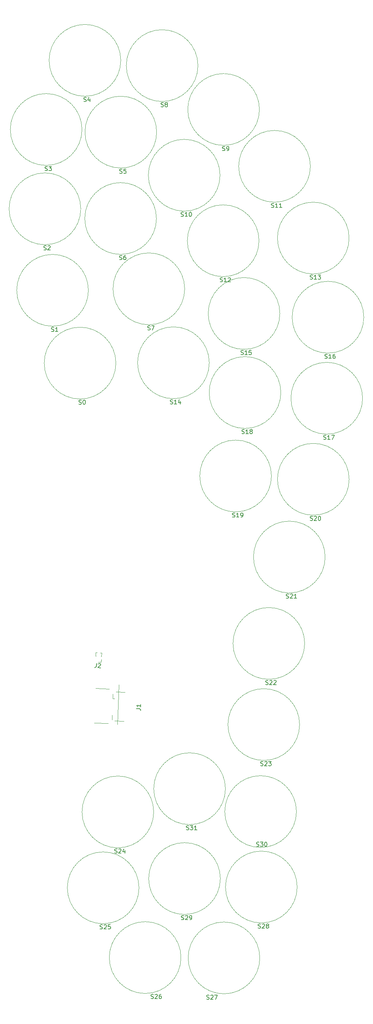
<source format=gto>
G04 #@! TF.GenerationSoftware,KiCad,Pcbnew,(5.0.0)*
G04 #@! TF.CreationDate,2020-01-07T16:08:45+01:00*
G04 #@! TF.ProjectId,Insole_PCB,496E736F6C655F5043422E6B69636164,rev?*
G04 #@! TF.SameCoordinates,Original*
G04 #@! TF.FileFunction,Legend,Top*
G04 #@! TF.FilePolarity,Positive*
%FSLAX46Y46*%
G04 Gerber Fmt 4.6, Leading zero omitted, Abs format (unit mm)*
G04 Created by KiCad (PCBNEW (5.0.0)) date 01/07/20 16:08:45*
%MOMM*%
%LPD*%
G01*
G04 APERTURE LIST*
%ADD10C,0.100000*%
%ADD11C,0.120000*%
%ADD12C,0.010000*%
%ADD13C,0.150000*%
G04 APERTURE END LIST*
D10*
G04 #@! TO.C,S9*
X225079453Y-62690707D02*
G75*
G03X225079453Y-62690707I-8500000J0D01*
G01*
D11*
G04 #@! TO.C,J2*
X187504977Y-193592519D02*
X186811670Y-193544038D01*
X187552760Y-192909188D02*
X187504977Y-193592519D01*
X186300442Y-192134944D02*
X186213929Y-192128895D01*
X187600543Y-192225856D02*
X187514030Y-192219807D01*
X186213929Y-192128895D02*
X186274966Y-191256026D01*
X187600543Y-192225856D02*
X187661580Y-191352988D01*
X186574741Y-191276989D02*
X186274966Y-191256026D01*
X187661580Y-191352988D02*
X187361805Y-191332026D01*
D12*
G04 #@! TO.C,J1*
X191037937Y-200592742D02*
X193186628Y-200667776D01*
X190747161Y-207486794D02*
X192945821Y-207563573D01*
X191420560Y-208260767D02*
X191746871Y-198916462D01*
D11*
X186213577Y-199773875D02*
X189441609Y-199886601D01*
X190328814Y-201128320D02*
X190291123Y-202207662D01*
X190144672Y-206114932D02*
X190106980Y-207194274D01*
X185927401Y-207968880D02*
X189155433Y-208081606D01*
X190291123Y-202207662D02*
X190720861Y-202222669D01*
D10*
G04 #@! TO.C,S0*
X191029453Y-122750707D02*
G75*
G03X191029453Y-122750707I-8500000J0D01*
G01*
G04 #@! TO.C,S1*
X184509453Y-105510707D02*
G75*
G03X184509453Y-105510707I-8500000J0D01*
G01*
G04 #@! TO.C,S2*
X182699453Y-86210707D02*
G75*
G03X182699453Y-86210707I-8500000J0D01*
G01*
G04 #@! TO.C,S3*
X182989453Y-67430707D02*
G75*
G03X182989453Y-67430707I-8500000J0D01*
G01*
G04 #@! TO.C,S4*
X192189453Y-51060707D02*
G75*
G03X192189453Y-51060707I-8500000J0D01*
G01*
G04 #@! TO.C,S5*
X200699453Y-68050707D02*
G75*
G03X200699453Y-68050707I-8500000J0D01*
G01*
G04 #@! TO.C,S6*
X200649453Y-88510707D02*
G75*
G03X200649453Y-88510707I-8500000J0D01*
G01*
G04 #@! TO.C,S7*
X207349453Y-105160707D02*
G75*
G03X207349453Y-105160707I-8500000J0D01*
G01*
G04 #@! TO.C,S8*
X210499453Y-52300707D02*
G75*
G03X210499453Y-52300707I-8500000J0D01*
G01*
G04 #@! TO.C,S10*
X215729453Y-78260707D02*
G75*
G03X215729453Y-78260707I-8500000J0D01*
G01*
G04 #@! TO.C,S11*
X237159453Y-76150707D02*
G75*
G03X237159453Y-76150707I-8500000J0D01*
G01*
G04 #@! TO.C,S12*
X224979453Y-93770707D02*
G75*
G03X224979453Y-93770707I-8500000J0D01*
G01*
G04 #@! TO.C,S13*
X246349453Y-93140707D02*
G75*
G03X246349453Y-93140707I-8500000J0D01*
G01*
G04 #@! TO.C,S14*
X213179453Y-122670707D02*
G75*
G03X213179453Y-122670707I-8500000J0D01*
G01*
G04 #@! TO.C,S15*
X229929453Y-110990707D02*
G75*
G03X229929453Y-110990707I-8500000J0D01*
G01*
G04 #@! TO.C,S16*
X249839453Y-111880707D02*
G75*
G03X249839453Y-111880707I-8500000J0D01*
G01*
G04 #@! TO.C,S17*
X249549453Y-131070707D02*
G75*
G03X249549453Y-131070707I-8500000J0D01*
G01*
G04 #@! TO.C,S18*
X230159453Y-129720707D02*
G75*
G03X230159453Y-129720707I-8500000J0D01*
G01*
G04 #@! TO.C,S19*
X227929453Y-149480707D02*
G75*
G03X227929453Y-149480707I-8500000J0D01*
G01*
G04 #@! TO.C,S20*
X246359453Y-150260707D02*
G75*
G03X246359453Y-150260707I-8500000J0D01*
G01*
G04 #@! TO.C,S21*
X240669453Y-168670707D02*
G75*
G03X240669453Y-168670707I-8500000J0D01*
G01*
G04 #@! TO.C,S22*
X235809453Y-189130707D02*
G75*
G03X235809453Y-189130707I-8500000J0D01*
G01*
G04 #@! TO.C,S23*
X234609453Y-208340707D02*
G75*
G03X234609453Y-208340707I-8500000J0D01*
G01*
G04 #@! TO.C,S24*
X199999453Y-229030707D02*
G75*
G03X199999453Y-229030707I-8500000J0D01*
G01*
G04 #@! TO.C,S25*
X196509453Y-247000707D02*
G75*
G03X196509453Y-247000707I-8500000J0D01*
G01*
G04 #@! TO.C,S26*
X206469453Y-263520707D02*
G75*
G03X206469453Y-263520707I-8500000J0D01*
G01*
G04 #@! TO.C,S27*
X225169453Y-263600707D02*
G75*
G03X225169453Y-263600707I-8500000J0D01*
G01*
G04 #@! TO.C,S28*
X234029453Y-246810707D02*
G75*
G03X234029453Y-246810707I-8500000J0D01*
G01*
G04 #@! TO.C,S29*
X215809453Y-244810707D02*
G75*
G03X215809453Y-244810707I-8500000J0D01*
G01*
G04 #@! TO.C,S30*
X233859453Y-228950707D02*
G75*
G03X233859453Y-228950707I-8500000J0D01*
G01*
G04 #@! TO.C,S31*
X217009453Y-223530707D02*
G75*
G03X217009453Y-223530707I-8500000J0D01*
G01*
G04 #@! TO.C,S9*
D13*
X216317548Y-72395468D02*
X216460405Y-72443087D01*
X216698500Y-72443087D01*
X216793738Y-72395468D01*
X216841357Y-72347849D01*
X216888976Y-72252611D01*
X216888976Y-72157373D01*
X216841357Y-72062135D01*
X216793738Y-72014516D01*
X216698500Y-71966897D01*
X216508024Y-71919278D01*
X216412786Y-71871659D01*
X216365167Y-71824040D01*
X216317548Y-71728802D01*
X216317548Y-71633564D01*
X216365167Y-71538326D01*
X216412786Y-71490707D01*
X216508024Y-71443087D01*
X216746119Y-71443087D01*
X216888976Y-71490707D01*
X217365167Y-72443087D02*
X217555643Y-72443087D01*
X217650881Y-72395468D01*
X217698500Y-72347849D01*
X217793738Y-72204992D01*
X217841357Y-72014516D01*
X217841357Y-71633564D01*
X217793738Y-71538326D01*
X217746119Y-71490707D01*
X217650881Y-71443087D01*
X217460405Y-71443087D01*
X217365167Y-71490707D01*
X217317548Y-71538326D01*
X217269929Y-71633564D01*
X217269929Y-71871659D01*
X217317548Y-71966897D01*
X217365167Y-72014516D01*
X217460405Y-72062135D01*
X217650881Y-72062135D01*
X217746119Y-72014516D01*
X217793738Y-71966897D01*
X217841357Y-71871659D01*
G04 #@! TO.C,J2*
X186456311Y-193847369D02*
X186406485Y-194559915D01*
X186349017Y-194699102D01*
X186247367Y-194787465D01*
X186101536Y-194825003D01*
X186006530Y-194818359D01*
X186877195Y-193972271D02*
X186928020Y-193928090D01*
X187026348Y-193887230D01*
X187263863Y-193903839D01*
X187355547Y-193957985D01*
X187399729Y-194008810D01*
X187440588Y-194107138D01*
X187433945Y-194202144D01*
X187376476Y-194341331D01*
X186766579Y-194871507D01*
X187384119Y-194914690D01*
G04 #@! TO.C,J1*
X195905234Y-204548351D02*
X196619084Y-204573279D01*
X196760193Y-204625855D01*
X196852049Y-204724359D01*
X196894653Y-204868791D01*
X196891330Y-204963971D01*
X196939524Y-203583860D02*
X196919582Y-204154940D01*
X196929553Y-203869400D02*
X195930162Y-203834501D01*
X196069608Y-203934666D01*
X196161465Y-204033170D01*
X196205731Y-204130012D01*
G04 #@! TO.C,S0*
X182267548Y-132455468D02*
X182410405Y-132503087D01*
X182648500Y-132503087D01*
X182743738Y-132455468D01*
X182791357Y-132407849D01*
X182838976Y-132312611D01*
X182838976Y-132217373D01*
X182791357Y-132122135D01*
X182743738Y-132074516D01*
X182648500Y-132026897D01*
X182458024Y-131979278D01*
X182362786Y-131931659D01*
X182315167Y-131884040D01*
X182267548Y-131788802D01*
X182267548Y-131693564D01*
X182315167Y-131598326D01*
X182362786Y-131550707D01*
X182458024Y-131503087D01*
X182696119Y-131503087D01*
X182838976Y-131550707D01*
X183458024Y-131503087D02*
X183553262Y-131503087D01*
X183648500Y-131550707D01*
X183696119Y-131598326D01*
X183743738Y-131693564D01*
X183791357Y-131884040D01*
X183791357Y-132122135D01*
X183743738Y-132312611D01*
X183696119Y-132407849D01*
X183648500Y-132455468D01*
X183553262Y-132503087D01*
X183458024Y-132503087D01*
X183362786Y-132455468D01*
X183315167Y-132407849D01*
X183267548Y-132312611D01*
X183219929Y-132122135D01*
X183219929Y-131884040D01*
X183267548Y-131693564D01*
X183315167Y-131598326D01*
X183362786Y-131550707D01*
X183458024Y-131503087D01*
G04 #@! TO.C,S1*
X175747548Y-115215468D02*
X175890405Y-115263087D01*
X176128500Y-115263087D01*
X176223738Y-115215468D01*
X176271357Y-115167849D01*
X176318976Y-115072611D01*
X176318976Y-114977373D01*
X176271357Y-114882135D01*
X176223738Y-114834516D01*
X176128500Y-114786897D01*
X175938024Y-114739278D01*
X175842786Y-114691659D01*
X175795167Y-114644040D01*
X175747548Y-114548802D01*
X175747548Y-114453564D01*
X175795167Y-114358326D01*
X175842786Y-114310707D01*
X175938024Y-114263087D01*
X176176119Y-114263087D01*
X176318976Y-114310707D01*
X177271357Y-115263087D02*
X176699929Y-115263087D01*
X176985643Y-115263087D02*
X176985643Y-114263087D01*
X176890405Y-114405945D01*
X176795167Y-114501183D01*
X176699929Y-114548802D01*
G04 #@! TO.C,S2*
X173937548Y-95915468D02*
X174080405Y-95963087D01*
X174318500Y-95963087D01*
X174413738Y-95915468D01*
X174461357Y-95867849D01*
X174508976Y-95772611D01*
X174508976Y-95677373D01*
X174461357Y-95582135D01*
X174413738Y-95534516D01*
X174318500Y-95486897D01*
X174128024Y-95439278D01*
X174032786Y-95391659D01*
X173985167Y-95344040D01*
X173937548Y-95248802D01*
X173937548Y-95153564D01*
X173985167Y-95058326D01*
X174032786Y-95010707D01*
X174128024Y-94963087D01*
X174366119Y-94963087D01*
X174508976Y-95010707D01*
X174889929Y-95058326D02*
X174937548Y-95010707D01*
X175032786Y-94963087D01*
X175270881Y-94963087D01*
X175366119Y-95010707D01*
X175413738Y-95058326D01*
X175461357Y-95153564D01*
X175461357Y-95248802D01*
X175413738Y-95391659D01*
X174842310Y-95963087D01*
X175461357Y-95963087D01*
G04 #@! TO.C,S3*
X174227548Y-77135468D02*
X174370405Y-77183087D01*
X174608500Y-77183087D01*
X174703738Y-77135468D01*
X174751357Y-77087849D01*
X174798976Y-76992611D01*
X174798976Y-76897373D01*
X174751357Y-76802135D01*
X174703738Y-76754516D01*
X174608500Y-76706897D01*
X174418024Y-76659278D01*
X174322786Y-76611659D01*
X174275167Y-76564040D01*
X174227548Y-76468802D01*
X174227548Y-76373564D01*
X174275167Y-76278326D01*
X174322786Y-76230707D01*
X174418024Y-76183087D01*
X174656119Y-76183087D01*
X174798976Y-76230707D01*
X175132310Y-76183087D02*
X175751357Y-76183087D01*
X175418024Y-76564040D01*
X175560881Y-76564040D01*
X175656119Y-76611659D01*
X175703738Y-76659278D01*
X175751357Y-76754516D01*
X175751357Y-76992611D01*
X175703738Y-77087849D01*
X175656119Y-77135468D01*
X175560881Y-77183087D01*
X175275167Y-77183087D01*
X175179929Y-77135468D01*
X175132310Y-77087849D01*
G04 #@! TO.C,S4*
X183427548Y-60765468D02*
X183570405Y-60813087D01*
X183808500Y-60813087D01*
X183903738Y-60765468D01*
X183951357Y-60717849D01*
X183998976Y-60622611D01*
X183998976Y-60527373D01*
X183951357Y-60432135D01*
X183903738Y-60384516D01*
X183808500Y-60336897D01*
X183618024Y-60289278D01*
X183522786Y-60241659D01*
X183475167Y-60194040D01*
X183427548Y-60098802D01*
X183427548Y-60003564D01*
X183475167Y-59908326D01*
X183522786Y-59860707D01*
X183618024Y-59813087D01*
X183856119Y-59813087D01*
X183998976Y-59860707D01*
X184856119Y-60146421D02*
X184856119Y-60813087D01*
X184618024Y-59765468D02*
X184379929Y-60479754D01*
X184998976Y-60479754D01*
G04 #@! TO.C,S5*
X191937548Y-77755468D02*
X192080405Y-77803087D01*
X192318500Y-77803087D01*
X192413738Y-77755468D01*
X192461357Y-77707849D01*
X192508976Y-77612611D01*
X192508976Y-77517373D01*
X192461357Y-77422135D01*
X192413738Y-77374516D01*
X192318500Y-77326897D01*
X192128024Y-77279278D01*
X192032786Y-77231659D01*
X191985167Y-77184040D01*
X191937548Y-77088802D01*
X191937548Y-76993564D01*
X191985167Y-76898326D01*
X192032786Y-76850707D01*
X192128024Y-76803087D01*
X192366119Y-76803087D01*
X192508976Y-76850707D01*
X193413738Y-76803087D02*
X192937548Y-76803087D01*
X192889929Y-77279278D01*
X192937548Y-77231659D01*
X193032786Y-77184040D01*
X193270881Y-77184040D01*
X193366119Y-77231659D01*
X193413738Y-77279278D01*
X193461357Y-77374516D01*
X193461357Y-77612611D01*
X193413738Y-77707849D01*
X193366119Y-77755468D01*
X193270881Y-77803087D01*
X193032786Y-77803087D01*
X192937548Y-77755468D01*
X192889929Y-77707849D01*
G04 #@! TO.C,S6*
X191887548Y-98215468D02*
X192030405Y-98263087D01*
X192268500Y-98263087D01*
X192363738Y-98215468D01*
X192411357Y-98167849D01*
X192458976Y-98072611D01*
X192458976Y-97977373D01*
X192411357Y-97882135D01*
X192363738Y-97834516D01*
X192268500Y-97786897D01*
X192078024Y-97739278D01*
X191982786Y-97691659D01*
X191935167Y-97644040D01*
X191887548Y-97548802D01*
X191887548Y-97453564D01*
X191935167Y-97358326D01*
X191982786Y-97310707D01*
X192078024Y-97263087D01*
X192316119Y-97263087D01*
X192458976Y-97310707D01*
X193316119Y-97263087D02*
X193125643Y-97263087D01*
X193030405Y-97310707D01*
X192982786Y-97358326D01*
X192887548Y-97501183D01*
X192839929Y-97691659D01*
X192839929Y-98072611D01*
X192887548Y-98167849D01*
X192935167Y-98215468D01*
X193030405Y-98263087D01*
X193220881Y-98263087D01*
X193316119Y-98215468D01*
X193363738Y-98167849D01*
X193411357Y-98072611D01*
X193411357Y-97834516D01*
X193363738Y-97739278D01*
X193316119Y-97691659D01*
X193220881Y-97644040D01*
X193030405Y-97644040D01*
X192935167Y-97691659D01*
X192887548Y-97739278D01*
X192839929Y-97834516D01*
G04 #@! TO.C,S7*
X198587548Y-114865468D02*
X198730405Y-114913087D01*
X198968500Y-114913087D01*
X199063738Y-114865468D01*
X199111357Y-114817849D01*
X199158976Y-114722611D01*
X199158976Y-114627373D01*
X199111357Y-114532135D01*
X199063738Y-114484516D01*
X198968500Y-114436897D01*
X198778024Y-114389278D01*
X198682786Y-114341659D01*
X198635167Y-114294040D01*
X198587548Y-114198802D01*
X198587548Y-114103564D01*
X198635167Y-114008326D01*
X198682786Y-113960707D01*
X198778024Y-113913087D01*
X199016119Y-113913087D01*
X199158976Y-113960707D01*
X199492310Y-113913087D02*
X200158976Y-113913087D01*
X199730405Y-114913087D01*
G04 #@! TO.C,S8*
X201737548Y-62005468D02*
X201880405Y-62053087D01*
X202118500Y-62053087D01*
X202213738Y-62005468D01*
X202261357Y-61957849D01*
X202308976Y-61862611D01*
X202308976Y-61767373D01*
X202261357Y-61672135D01*
X202213738Y-61624516D01*
X202118500Y-61576897D01*
X201928024Y-61529278D01*
X201832786Y-61481659D01*
X201785167Y-61434040D01*
X201737548Y-61338802D01*
X201737548Y-61243564D01*
X201785167Y-61148326D01*
X201832786Y-61100707D01*
X201928024Y-61053087D01*
X202166119Y-61053087D01*
X202308976Y-61100707D01*
X202880405Y-61481659D02*
X202785167Y-61434040D01*
X202737548Y-61386421D01*
X202689929Y-61291183D01*
X202689929Y-61243564D01*
X202737548Y-61148326D01*
X202785167Y-61100707D01*
X202880405Y-61053087D01*
X203070881Y-61053087D01*
X203166119Y-61100707D01*
X203213738Y-61148326D01*
X203261357Y-61243564D01*
X203261357Y-61291183D01*
X203213738Y-61386421D01*
X203166119Y-61434040D01*
X203070881Y-61481659D01*
X202880405Y-61481659D01*
X202785167Y-61529278D01*
X202737548Y-61576897D01*
X202689929Y-61672135D01*
X202689929Y-61862611D01*
X202737548Y-61957849D01*
X202785167Y-62005468D01*
X202880405Y-62053087D01*
X203070881Y-62053087D01*
X203166119Y-62005468D01*
X203213738Y-61957849D01*
X203261357Y-61862611D01*
X203261357Y-61672135D01*
X203213738Y-61576897D01*
X203166119Y-61529278D01*
X203070881Y-61481659D01*
G04 #@! TO.C,S10*
X206491357Y-87965468D02*
X206634214Y-88013087D01*
X206872310Y-88013087D01*
X206967548Y-87965468D01*
X207015167Y-87917849D01*
X207062786Y-87822611D01*
X207062786Y-87727373D01*
X207015167Y-87632135D01*
X206967548Y-87584516D01*
X206872310Y-87536897D01*
X206681833Y-87489278D01*
X206586595Y-87441659D01*
X206538976Y-87394040D01*
X206491357Y-87298802D01*
X206491357Y-87203564D01*
X206538976Y-87108326D01*
X206586595Y-87060707D01*
X206681833Y-87013087D01*
X206919929Y-87013087D01*
X207062786Y-87060707D01*
X208015167Y-88013087D02*
X207443738Y-88013087D01*
X207729453Y-88013087D02*
X207729453Y-87013087D01*
X207634214Y-87155945D01*
X207538976Y-87251183D01*
X207443738Y-87298802D01*
X208634214Y-87013087D02*
X208729453Y-87013087D01*
X208824691Y-87060707D01*
X208872310Y-87108326D01*
X208919929Y-87203564D01*
X208967548Y-87394040D01*
X208967548Y-87632135D01*
X208919929Y-87822611D01*
X208872310Y-87917849D01*
X208824691Y-87965468D01*
X208729453Y-88013087D01*
X208634214Y-88013087D01*
X208538976Y-87965468D01*
X208491357Y-87917849D01*
X208443738Y-87822611D01*
X208396119Y-87632135D01*
X208396119Y-87394040D01*
X208443738Y-87203564D01*
X208491357Y-87108326D01*
X208538976Y-87060707D01*
X208634214Y-87013087D01*
G04 #@! TO.C,S11*
X227921357Y-85855468D02*
X228064214Y-85903087D01*
X228302310Y-85903087D01*
X228397548Y-85855468D01*
X228445167Y-85807849D01*
X228492786Y-85712611D01*
X228492786Y-85617373D01*
X228445167Y-85522135D01*
X228397548Y-85474516D01*
X228302310Y-85426897D01*
X228111833Y-85379278D01*
X228016595Y-85331659D01*
X227968976Y-85284040D01*
X227921357Y-85188802D01*
X227921357Y-85093564D01*
X227968976Y-84998326D01*
X228016595Y-84950707D01*
X228111833Y-84903087D01*
X228349929Y-84903087D01*
X228492786Y-84950707D01*
X229445167Y-85903087D02*
X228873738Y-85903087D01*
X229159453Y-85903087D02*
X229159453Y-84903087D01*
X229064214Y-85045945D01*
X228968976Y-85141183D01*
X228873738Y-85188802D01*
X230397548Y-85903087D02*
X229826119Y-85903087D01*
X230111833Y-85903087D02*
X230111833Y-84903087D01*
X230016595Y-85045945D01*
X229921357Y-85141183D01*
X229826119Y-85188802D01*
G04 #@! TO.C,S12*
X215741357Y-103475468D02*
X215884214Y-103523087D01*
X216122310Y-103523087D01*
X216217548Y-103475468D01*
X216265167Y-103427849D01*
X216312786Y-103332611D01*
X216312786Y-103237373D01*
X216265167Y-103142135D01*
X216217548Y-103094516D01*
X216122310Y-103046897D01*
X215931833Y-102999278D01*
X215836595Y-102951659D01*
X215788976Y-102904040D01*
X215741357Y-102808802D01*
X215741357Y-102713564D01*
X215788976Y-102618326D01*
X215836595Y-102570707D01*
X215931833Y-102523087D01*
X216169929Y-102523087D01*
X216312786Y-102570707D01*
X217265167Y-103523087D02*
X216693738Y-103523087D01*
X216979453Y-103523087D02*
X216979453Y-102523087D01*
X216884214Y-102665945D01*
X216788976Y-102761183D01*
X216693738Y-102808802D01*
X217646119Y-102618326D02*
X217693738Y-102570707D01*
X217788976Y-102523087D01*
X218027072Y-102523087D01*
X218122310Y-102570707D01*
X218169929Y-102618326D01*
X218217548Y-102713564D01*
X218217548Y-102808802D01*
X218169929Y-102951659D01*
X217598500Y-103523087D01*
X218217548Y-103523087D01*
G04 #@! TO.C,S13*
X237111357Y-102845468D02*
X237254214Y-102893087D01*
X237492310Y-102893087D01*
X237587548Y-102845468D01*
X237635167Y-102797849D01*
X237682786Y-102702611D01*
X237682786Y-102607373D01*
X237635167Y-102512135D01*
X237587548Y-102464516D01*
X237492310Y-102416897D01*
X237301833Y-102369278D01*
X237206595Y-102321659D01*
X237158976Y-102274040D01*
X237111357Y-102178802D01*
X237111357Y-102083564D01*
X237158976Y-101988326D01*
X237206595Y-101940707D01*
X237301833Y-101893087D01*
X237539929Y-101893087D01*
X237682786Y-101940707D01*
X238635167Y-102893087D02*
X238063738Y-102893087D01*
X238349453Y-102893087D02*
X238349453Y-101893087D01*
X238254214Y-102035945D01*
X238158976Y-102131183D01*
X238063738Y-102178802D01*
X238968500Y-101893087D02*
X239587548Y-101893087D01*
X239254214Y-102274040D01*
X239397072Y-102274040D01*
X239492310Y-102321659D01*
X239539929Y-102369278D01*
X239587548Y-102464516D01*
X239587548Y-102702611D01*
X239539929Y-102797849D01*
X239492310Y-102845468D01*
X239397072Y-102893087D01*
X239111357Y-102893087D01*
X239016119Y-102845468D01*
X238968500Y-102797849D01*
G04 #@! TO.C,S14*
X203941357Y-132375468D02*
X204084214Y-132423087D01*
X204322310Y-132423087D01*
X204417548Y-132375468D01*
X204465167Y-132327849D01*
X204512786Y-132232611D01*
X204512786Y-132137373D01*
X204465167Y-132042135D01*
X204417548Y-131994516D01*
X204322310Y-131946897D01*
X204131833Y-131899278D01*
X204036595Y-131851659D01*
X203988976Y-131804040D01*
X203941357Y-131708802D01*
X203941357Y-131613564D01*
X203988976Y-131518326D01*
X204036595Y-131470707D01*
X204131833Y-131423087D01*
X204369929Y-131423087D01*
X204512786Y-131470707D01*
X205465167Y-132423087D02*
X204893738Y-132423087D01*
X205179453Y-132423087D02*
X205179453Y-131423087D01*
X205084214Y-131565945D01*
X204988976Y-131661183D01*
X204893738Y-131708802D01*
X206322310Y-131756421D02*
X206322310Y-132423087D01*
X206084214Y-131375468D02*
X205846119Y-132089754D01*
X206465167Y-132089754D01*
G04 #@! TO.C,S15*
X220691357Y-120695468D02*
X220834214Y-120743087D01*
X221072310Y-120743087D01*
X221167548Y-120695468D01*
X221215167Y-120647849D01*
X221262786Y-120552611D01*
X221262786Y-120457373D01*
X221215167Y-120362135D01*
X221167548Y-120314516D01*
X221072310Y-120266897D01*
X220881833Y-120219278D01*
X220786595Y-120171659D01*
X220738976Y-120124040D01*
X220691357Y-120028802D01*
X220691357Y-119933564D01*
X220738976Y-119838326D01*
X220786595Y-119790707D01*
X220881833Y-119743087D01*
X221119929Y-119743087D01*
X221262786Y-119790707D01*
X222215167Y-120743087D02*
X221643738Y-120743087D01*
X221929453Y-120743087D02*
X221929453Y-119743087D01*
X221834214Y-119885945D01*
X221738976Y-119981183D01*
X221643738Y-120028802D01*
X223119929Y-119743087D02*
X222643738Y-119743087D01*
X222596119Y-120219278D01*
X222643738Y-120171659D01*
X222738976Y-120124040D01*
X222977072Y-120124040D01*
X223072310Y-120171659D01*
X223119929Y-120219278D01*
X223167548Y-120314516D01*
X223167548Y-120552611D01*
X223119929Y-120647849D01*
X223072310Y-120695468D01*
X222977072Y-120743087D01*
X222738976Y-120743087D01*
X222643738Y-120695468D01*
X222596119Y-120647849D01*
G04 #@! TO.C,S16*
X240601357Y-121585468D02*
X240744214Y-121633087D01*
X240982310Y-121633087D01*
X241077548Y-121585468D01*
X241125167Y-121537849D01*
X241172786Y-121442611D01*
X241172786Y-121347373D01*
X241125167Y-121252135D01*
X241077548Y-121204516D01*
X240982310Y-121156897D01*
X240791833Y-121109278D01*
X240696595Y-121061659D01*
X240648976Y-121014040D01*
X240601357Y-120918802D01*
X240601357Y-120823564D01*
X240648976Y-120728326D01*
X240696595Y-120680707D01*
X240791833Y-120633087D01*
X241029929Y-120633087D01*
X241172786Y-120680707D01*
X242125167Y-121633087D02*
X241553738Y-121633087D01*
X241839453Y-121633087D02*
X241839453Y-120633087D01*
X241744214Y-120775945D01*
X241648976Y-120871183D01*
X241553738Y-120918802D01*
X242982310Y-120633087D02*
X242791833Y-120633087D01*
X242696595Y-120680707D01*
X242648976Y-120728326D01*
X242553738Y-120871183D01*
X242506119Y-121061659D01*
X242506119Y-121442611D01*
X242553738Y-121537849D01*
X242601357Y-121585468D01*
X242696595Y-121633087D01*
X242887072Y-121633087D01*
X242982310Y-121585468D01*
X243029929Y-121537849D01*
X243077548Y-121442611D01*
X243077548Y-121204516D01*
X243029929Y-121109278D01*
X242982310Y-121061659D01*
X242887072Y-121014040D01*
X242696595Y-121014040D01*
X242601357Y-121061659D01*
X242553738Y-121109278D01*
X242506119Y-121204516D01*
G04 #@! TO.C,S17*
X240311357Y-140775468D02*
X240454214Y-140823087D01*
X240692310Y-140823087D01*
X240787548Y-140775468D01*
X240835167Y-140727849D01*
X240882786Y-140632611D01*
X240882786Y-140537373D01*
X240835167Y-140442135D01*
X240787548Y-140394516D01*
X240692310Y-140346897D01*
X240501833Y-140299278D01*
X240406595Y-140251659D01*
X240358976Y-140204040D01*
X240311357Y-140108802D01*
X240311357Y-140013564D01*
X240358976Y-139918326D01*
X240406595Y-139870707D01*
X240501833Y-139823087D01*
X240739929Y-139823087D01*
X240882786Y-139870707D01*
X241835167Y-140823087D02*
X241263738Y-140823087D01*
X241549453Y-140823087D02*
X241549453Y-139823087D01*
X241454214Y-139965945D01*
X241358976Y-140061183D01*
X241263738Y-140108802D01*
X242168500Y-139823087D02*
X242835167Y-139823087D01*
X242406595Y-140823087D01*
G04 #@! TO.C,S18*
X220921357Y-139425468D02*
X221064214Y-139473087D01*
X221302310Y-139473087D01*
X221397548Y-139425468D01*
X221445167Y-139377849D01*
X221492786Y-139282611D01*
X221492786Y-139187373D01*
X221445167Y-139092135D01*
X221397548Y-139044516D01*
X221302310Y-138996897D01*
X221111833Y-138949278D01*
X221016595Y-138901659D01*
X220968976Y-138854040D01*
X220921357Y-138758802D01*
X220921357Y-138663564D01*
X220968976Y-138568326D01*
X221016595Y-138520707D01*
X221111833Y-138473087D01*
X221349929Y-138473087D01*
X221492786Y-138520707D01*
X222445167Y-139473087D02*
X221873738Y-139473087D01*
X222159453Y-139473087D02*
X222159453Y-138473087D01*
X222064214Y-138615945D01*
X221968976Y-138711183D01*
X221873738Y-138758802D01*
X223016595Y-138901659D02*
X222921357Y-138854040D01*
X222873738Y-138806421D01*
X222826119Y-138711183D01*
X222826119Y-138663564D01*
X222873738Y-138568326D01*
X222921357Y-138520707D01*
X223016595Y-138473087D01*
X223207072Y-138473087D01*
X223302310Y-138520707D01*
X223349929Y-138568326D01*
X223397548Y-138663564D01*
X223397548Y-138711183D01*
X223349929Y-138806421D01*
X223302310Y-138854040D01*
X223207072Y-138901659D01*
X223016595Y-138901659D01*
X222921357Y-138949278D01*
X222873738Y-138996897D01*
X222826119Y-139092135D01*
X222826119Y-139282611D01*
X222873738Y-139377849D01*
X222921357Y-139425468D01*
X223016595Y-139473087D01*
X223207072Y-139473087D01*
X223302310Y-139425468D01*
X223349929Y-139377849D01*
X223397548Y-139282611D01*
X223397548Y-139092135D01*
X223349929Y-138996897D01*
X223302310Y-138949278D01*
X223207072Y-138901659D01*
G04 #@! TO.C,S19*
X218691357Y-159185468D02*
X218834214Y-159233087D01*
X219072310Y-159233087D01*
X219167548Y-159185468D01*
X219215167Y-159137849D01*
X219262786Y-159042611D01*
X219262786Y-158947373D01*
X219215167Y-158852135D01*
X219167548Y-158804516D01*
X219072310Y-158756897D01*
X218881833Y-158709278D01*
X218786595Y-158661659D01*
X218738976Y-158614040D01*
X218691357Y-158518802D01*
X218691357Y-158423564D01*
X218738976Y-158328326D01*
X218786595Y-158280707D01*
X218881833Y-158233087D01*
X219119929Y-158233087D01*
X219262786Y-158280707D01*
X220215167Y-159233087D02*
X219643738Y-159233087D01*
X219929453Y-159233087D02*
X219929453Y-158233087D01*
X219834214Y-158375945D01*
X219738976Y-158471183D01*
X219643738Y-158518802D01*
X220691357Y-159233087D02*
X220881833Y-159233087D01*
X220977072Y-159185468D01*
X221024691Y-159137849D01*
X221119929Y-158994992D01*
X221167548Y-158804516D01*
X221167548Y-158423564D01*
X221119929Y-158328326D01*
X221072310Y-158280707D01*
X220977072Y-158233087D01*
X220786595Y-158233087D01*
X220691357Y-158280707D01*
X220643738Y-158328326D01*
X220596119Y-158423564D01*
X220596119Y-158661659D01*
X220643738Y-158756897D01*
X220691357Y-158804516D01*
X220786595Y-158852135D01*
X220977072Y-158852135D01*
X221072310Y-158804516D01*
X221119929Y-158756897D01*
X221167548Y-158661659D01*
G04 #@! TO.C,S20*
X237121357Y-159965468D02*
X237264214Y-160013087D01*
X237502310Y-160013087D01*
X237597548Y-159965468D01*
X237645167Y-159917849D01*
X237692786Y-159822611D01*
X237692786Y-159727373D01*
X237645167Y-159632135D01*
X237597548Y-159584516D01*
X237502310Y-159536897D01*
X237311833Y-159489278D01*
X237216595Y-159441659D01*
X237168976Y-159394040D01*
X237121357Y-159298802D01*
X237121357Y-159203564D01*
X237168976Y-159108326D01*
X237216595Y-159060707D01*
X237311833Y-159013087D01*
X237549929Y-159013087D01*
X237692786Y-159060707D01*
X238073738Y-159108326D02*
X238121357Y-159060707D01*
X238216595Y-159013087D01*
X238454691Y-159013087D01*
X238549929Y-159060707D01*
X238597548Y-159108326D01*
X238645167Y-159203564D01*
X238645167Y-159298802D01*
X238597548Y-159441659D01*
X238026119Y-160013087D01*
X238645167Y-160013087D01*
X239264214Y-159013087D02*
X239359453Y-159013087D01*
X239454691Y-159060707D01*
X239502310Y-159108326D01*
X239549929Y-159203564D01*
X239597548Y-159394040D01*
X239597548Y-159632135D01*
X239549929Y-159822611D01*
X239502310Y-159917849D01*
X239454691Y-159965468D01*
X239359453Y-160013087D01*
X239264214Y-160013087D01*
X239168976Y-159965468D01*
X239121357Y-159917849D01*
X239073738Y-159822611D01*
X239026119Y-159632135D01*
X239026119Y-159394040D01*
X239073738Y-159203564D01*
X239121357Y-159108326D01*
X239168976Y-159060707D01*
X239264214Y-159013087D01*
G04 #@! TO.C,S21*
X231431357Y-178375468D02*
X231574214Y-178423087D01*
X231812310Y-178423087D01*
X231907548Y-178375468D01*
X231955167Y-178327849D01*
X232002786Y-178232611D01*
X232002786Y-178137373D01*
X231955167Y-178042135D01*
X231907548Y-177994516D01*
X231812310Y-177946897D01*
X231621833Y-177899278D01*
X231526595Y-177851659D01*
X231478976Y-177804040D01*
X231431357Y-177708802D01*
X231431357Y-177613564D01*
X231478976Y-177518326D01*
X231526595Y-177470707D01*
X231621833Y-177423087D01*
X231859929Y-177423087D01*
X232002786Y-177470707D01*
X232383738Y-177518326D02*
X232431357Y-177470707D01*
X232526595Y-177423087D01*
X232764691Y-177423087D01*
X232859929Y-177470707D01*
X232907548Y-177518326D01*
X232955167Y-177613564D01*
X232955167Y-177708802D01*
X232907548Y-177851659D01*
X232336119Y-178423087D01*
X232955167Y-178423087D01*
X233907548Y-178423087D02*
X233336119Y-178423087D01*
X233621833Y-178423087D02*
X233621833Y-177423087D01*
X233526595Y-177565945D01*
X233431357Y-177661183D01*
X233336119Y-177708802D01*
G04 #@! TO.C,S22*
X226571357Y-198835468D02*
X226714214Y-198883087D01*
X226952310Y-198883087D01*
X227047548Y-198835468D01*
X227095167Y-198787849D01*
X227142786Y-198692611D01*
X227142786Y-198597373D01*
X227095167Y-198502135D01*
X227047548Y-198454516D01*
X226952310Y-198406897D01*
X226761833Y-198359278D01*
X226666595Y-198311659D01*
X226618976Y-198264040D01*
X226571357Y-198168802D01*
X226571357Y-198073564D01*
X226618976Y-197978326D01*
X226666595Y-197930707D01*
X226761833Y-197883087D01*
X226999929Y-197883087D01*
X227142786Y-197930707D01*
X227523738Y-197978326D02*
X227571357Y-197930707D01*
X227666595Y-197883087D01*
X227904691Y-197883087D01*
X227999929Y-197930707D01*
X228047548Y-197978326D01*
X228095167Y-198073564D01*
X228095167Y-198168802D01*
X228047548Y-198311659D01*
X227476119Y-198883087D01*
X228095167Y-198883087D01*
X228476119Y-197978326D02*
X228523738Y-197930707D01*
X228618976Y-197883087D01*
X228857072Y-197883087D01*
X228952310Y-197930707D01*
X228999929Y-197978326D01*
X229047548Y-198073564D01*
X229047548Y-198168802D01*
X228999929Y-198311659D01*
X228428500Y-198883087D01*
X229047548Y-198883087D01*
G04 #@! TO.C,S23*
X225371357Y-218045468D02*
X225514214Y-218093087D01*
X225752310Y-218093087D01*
X225847548Y-218045468D01*
X225895167Y-217997849D01*
X225942786Y-217902611D01*
X225942786Y-217807373D01*
X225895167Y-217712135D01*
X225847548Y-217664516D01*
X225752310Y-217616897D01*
X225561833Y-217569278D01*
X225466595Y-217521659D01*
X225418976Y-217474040D01*
X225371357Y-217378802D01*
X225371357Y-217283564D01*
X225418976Y-217188326D01*
X225466595Y-217140707D01*
X225561833Y-217093087D01*
X225799929Y-217093087D01*
X225942786Y-217140707D01*
X226323738Y-217188326D02*
X226371357Y-217140707D01*
X226466595Y-217093087D01*
X226704691Y-217093087D01*
X226799929Y-217140707D01*
X226847548Y-217188326D01*
X226895167Y-217283564D01*
X226895167Y-217378802D01*
X226847548Y-217521659D01*
X226276119Y-218093087D01*
X226895167Y-218093087D01*
X227228500Y-217093087D02*
X227847548Y-217093087D01*
X227514214Y-217474040D01*
X227657072Y-217474040D01*
X227752310Y-217521659D01*
X227799929Y-217569278D01*
X227847548Y-217664516D01*
X227847548Y-217902611D01*
X227799929Y-217997849D01*
X227752310Y-218045468D01*
X227657072Y-218093087D01*
X227371357Y-218093087D01*
X227276119Y-218045468D01*
X227228500Y-217997849D01*
G04 #@! TO.C,S24*
X190761357Y-238735468D02*
X190904214Y-238783087D01*
X191142310Y-238783087D01*
X191237548Y-238735468D01*
X191285167Y-238687849D01*
X191332786Y-238592611D01*
X191332786Y-238497373D01*
X191285167Y-238402135D01*
X191237548Y-238354516D01*
X191142310Y-238306897D01*
X190951833Y-238259278D01*
X190856595Y-238211659D01*
X190808976Y-238164040D01*
X190761357Y-238068802D01*
X190761357Y-237973564D01*
X190808976Y-237878326D01*
X190856595Y-237830707D01*
X190951833Y-237783087D01*
X191189929Y-237783087D01*
X191332786Y-237830707D01*
X191713738Y-237878326D02*
X191761357Y-237830707D01*
X191856595Y-237783087D01*
X192094691Y-237783087D01*
X192189929Y-237830707D01*
X192237548Y-237878326D01*
X192285167Y-237973564D01*
X192285167Y-238068802D01*
X192237548Y-238211659D01*
X191666119Y-238783087D01*
X192285167Y-238783087D01*
X193142310Y-238116421D02*
X193142310Y-238783087D01*
X192904214Y-237735468D02*
X192666119Y-238449754D01*
X193285167Y-238449754D01*
G04 #@! TO.C,S25*
X187271357Y-256705468D02*
X187414214Y-256753087D01*
X187652310Y-256753087D01*
X187747548Y-256705468D01*
X187795167Y-256657849D01*
X187842786Y-256562611D01*
X187842786Y-256467373D01*
X187795167Y-256372135D01*
X187747548Y-256324516D01*
X187652310Y-256276897D01*
X187461833Y-256229278D01*
X187366595Y-256181659D01*
X187318976Y-256134040D01*
X187271357Y-256038802D01*
X187271357Y-255943564D01*
X187318976Y-255848326D01*
X187366595Y-255800707D01*
X187461833Y-255753087D01*
X187699929Y-255753087D01*
X187842786Y-255800707D01*
X188223738Y-255848326D02*
X188271357Y-255800707D01*
X188366595Y-255753087D01*
X188604691Y-255753087D01*
X188699929Y-255800707D01*
X188747548Y-255848326D01*
X188795167Y-255943564D01*
X188795167Y-256038802D01*
X188747548Y-256181659D01*
X188176119Y-256753087D01*
X188795167Y-256753087D01*
X189699929Y-255753087D02*
X189223738Y-255753087D01*
X189176119Y-256229278D01*
X189223738Y-256181659D01*
X189318976Y-256134040D01*
X189557072Y-256134040D01*
X189652310Y-256181659D01*
X189699929Y-256229278D01*
X189747548Y-256324516D01*
X189747548Y-256562611D01*
X189699929Y-256657849D01*
X189652310Y-256705468D01*
X189557072Y-256753087D01*
X189318976Y-256753087D01*
X189223738Y-256705468D01*
X189176119Y-256657849D01*
G04 #@! TO.C,S26*
X199361357Y-273195468D02*
X199504214Y-273243087D01*
X199742310Y-273243087D01*
X199837548Y-273195468D01*
X199885167Y-273147849D01*
X199932786Y-273052611D01*
X199932786Y-272957373D01*
X199885167Y-272862135D01*
X199837548Y-272814516D01*
X199742310Y-272766897D01*
X199551833Y-272719278D01*
X199456595Y-272671659D01*
X199408976Y-272624040D01*
X199361357Y-272528802D01*
X199361357Y-272433564D01*
X199408976Y-272338326D01*
X199456595Y-272290707D01*
X199551833Y-272243087D01*
X199789929Y-272243087D01*
X199932786Y-272290707D01*
X200313738Y-272338326D02*
X200361357Y-272290707D01*
X200456595Y-272243087D01*
X200694691Y-272243087D01*
X200789929Y-272290707D01*
X200837548Y-272338326D01*
X200885167Y-272433564D01*
X200885167Y-272528802D01*
X200837548Y-272671659D01*
X200266119Y-273243087D01*
X200885167Y-273243087D01*
X201742310Y-272243087D02*
X201551833Y-272243087D01*
X201456595Y-272290707D01*
X201408976Y-272338326D01*
X201313738Y-272481183D01*
X201266119Y-272671659D01*
X201266119Y-273052611D01*
X201313738Y-273147849D01*
X201361357Y-273195468D01*
X201456595Y-273243087D01*
X201647072Y-273243087D01*
X201742310Y-273195468D01*
X201789929Y-273147849D01*
X201837548Y-273052611D01*
X201837548Y-272814516D01*
X201789929Y-272719278D01*
X201742310Y-272671659D01*
X201647072Y-272624040D01*
X201456595Y-272624040D01*
X201361357Y-272671659D01*
X201313738Y-272719278D01*
X201266119Y-272814516D01*
G04 #@! TO.C,S27*
X212571357Y-273355468D02*
X212714214Y-273403087D01*
X212952310Y-273403087D01*
X213047548Y-273355468D01*
X213095167Y-273307849D01*
X213142786Y-273212611D01*
X213142786Y-273117373D01*
X213095167Y-273022135D01*
X213047548Y-272974516D01*
X212952310Y-272926897D01*
X212761833Y-272879278D01*
X212666595Y-272831659D01*
X212618976Y-272784040D01*
X212571357Y-272688802D01*
X212571357Y-272593564D01*
X212618976Y-272498326D01*
X212666595Y-272450707D01*
X212761833Y-272403087D01*
X212999929Y-272403087D01*
X213142786Y-272450707D01*
X213523738Y-272498326D02*
X213571357Y-272450707D01*
X213666595Y-272403087D01*
X213904691Y-272403087D01*
X213999929Y-272450707D01*
X214047548Y-272498326D01*
X214095167Y-272593564D01*
X214095167Y-272688802D01*
X214047548Y-272831659D01*
X213476119Y-273403087D01*
X214095167Y-273403087D01*
X214428500Y-272403087D02*
X215095167Y-272403087D01*
X214666595Y-273403087D01*
G04 #@! TO.C,S28*
X224791357Y-256515468D02*
X224934214Y-256563087D01*
X225172310Y-256563087D01*
X225267548Y-256515468D01*
X225315167Y-256467849D01*
X225362786Y-256372611D01*
X225362786Y-256277373D01*
X225315167Y-256182135D01*
X225267548Y-256134516D01*
X225172310Y-256086897D01*
X224981833Y-256039278D01*
X224886595Y-255991659D01*
X224838976Y-255944040D01*
X224791357Y-255848802D01*
X224791357Y-255753564D01*
X224838976Y-255658326D01*
X224886595Y-255610707D01*
X224981833Y-255563087D01*
X225219929Y-255563087D01*
X225362786Y-255610707D01*
X225743738Y-255658326D02*
X225791357Y-255610707D01*
X225886595Y-255563087D01*
X226124691Y-255563087D01*
X226219929Y-255610707D01*
X226267548Y-255658326D01*
X226315167Y-255753564D01*
X226315167Y-255848802D01*
X226267548Y-255991659D01*
X225696119Y-256563087D01*
X226315167Y-256563087D01*
X226886595Y-255991659D02*
X226791357Y-255944040D01*
X226743738Y-255896421D01*
X226696119Y-255801183D01*
X226696119Y-255753564D01*
X226743738Y-255658326D01*
X226791357Y-255610707D01*
X226886595Y-255563087D01*
X227077072Y-255563087D01*
X227172310Y-255610707D01*
X227219929Y-255658326D01*
X227267548Y-255753564D01*
X227267548Y-255801183D01*
X227219929Y-255896421D01*
X227172310Y-255944040D01*
X227077072Y-255991659D01*
X226886595Y-255991659D01*
X226791357Y-256039278D01*
X226743738Y-256086897D01*
X226696119Y-256182135D01*
X226696119Y-256372611D01*
X226743738Y-256467849D01*
X226791357Y-256515468D01*
X226886595Y-256563087D01*
X227077072Y-256563087D01*
X227172310Y-256515468D01*
X227219929Y-256467849D01*
X227267548Y-256372611D01*
X227267548Y-256182135D01*
X227219929Y-256086897D01*
X227172310Y-256039278D01*
X227077072Y-255991659D01*
G04 #@! TO.C,S29*
X206571357Y-254515468D02*
X206714214Y-254563087D01*
X206952310Y-254563087D01*
X207047548Y-254515468D01*
X207095167Y-254467849D01*
X207142786Y-254372611D01*
X207142786Y-254277373D01*
X207095167Y-254182135D01*
X207047548Y-254134516D01*
X206952310Y-254086897D01*
X206761833Y-254039278D01*
X206666595Y-253991659D01*
X206618976Y-253944040D01*
X206571357Y-253848802D01*
X206571357Y-253753564D01*
X206618976Y-253658326D01*
X206666595Y-253610707D01*
X206761833Y-253563087D01*
X206999929Y-253563087D01*
X207142786Y-253610707D01*
X207523738Y-253658326D02*
X207571357Y-253610707D01*
X207666595Y-253563087D01*
X207904691Y-253563087D01*
X207999929Y-253610707D01*
X208047548Y-253658326D01*
X208095167Y-253753564D01*
X208095167Y-253848802D01*
X208047548Y-253991659D01*
X207476119Y-254563087D01*
X208095167Y-254563087D01*
X208571357Y-254563087D02*
X208761833Y-254563087D01*
X208857072Y-254515468D01*
X208904691Y-254467849D01*
X208999929Y-254324992D01*
X209047548Y-254134516D01*
X209047548Y-253753564D01*
X208999929Y-253658326D01*
X208952310Y-253610707D01*
X208857072Y-253563087D01*
X208666595Y-253563087D01*
X208571357Y-253610707D01*
X208523738Y-253658326D01*
X208476119Y-253753564D01*
X208476119Y-253991659D01*
X208523738Y-254086897D01*
X208571357Y-254134516D01*
X208666595Y-254182135D01*
X208857072Y-254182135D01*
X208952310Y-254134516D01*
X208999929Y-254086897D01*
X209047548Y-253991659D01*
G04 #@! TO.C,S30*
X224381357Y-237145468D02*
X224524214Y-237193087D01*
X224762310Y-237193087D01*
X224857548Y-237145468D01*
X224905167Y-237097849D01*
X224952786Y-237002611D01*
X224952786Y-236907373D01*
X224905167Y-236812135D01*
X224857548Y-236764516D01*
X224762310Y-236716897D01*
X224571833Y-236669278D01*
X224476595Y-236621659D01*
X224428976Y-236574040D01*
X224381357Y-236478802D01*
X224381357Y-236383564D01*
X224428976Y-236288326D01*
X224476595Y-236240707D01*
X224571833Y-236193087D01*
X224809929Y-236193087D01*
X224952786Y-236240707D01*
X225286119Y-236193087D02*
X225905167Y-236193087D01*
X225571833Y-236574040D01*
X225714691Y-236574040D01*
X225809929Y-236621659D01*
X225857548Y-236669278D01*
X225905167Y-236764516D01*
X225905167Y-237002611D01*
X225857548Y-237097849D01*
X225809929Y-237145468D01*
X225714691Y-237193087D01*
X225428976Y-237193087D01*
X225333738Y-237145468D01*
X225286119Y-237097849D01*
X226524214Y-236193087D02*
X226619453Y-236193087D01*
X226714691Y-236240707D01*
X226762310Y-236288326D01*
X226809929Y-236383564D01*
X226857548Y-236574040D01*
X226857548Y-236812135D01*
X226809929Y-237002611D01*
X226762310Y-237097849D01*
X226714691Y-237145468D01*
X226619453Y-237193087D01*
X226524214Y-237193087D01*
X226428976Y-237145468D01*
X226381357Y-237097849D01*
X226333738Y-237002611D01*
X226286119Y-236812135D01*
X226286119Y-236574040D01*
X226333738Y-236383564D01*
X226381357Y-236288326D01*
X226428976Y-236240707D01*
X226524214Y-236193087D01*
G04 #@! TO.C,S31*
X207771357Y-233235468D02*
X207914214Y-233283087D01*
X208152310Y-233283087D01*
X208247548Y-233235468D01*
X208295167Y-233187849D01*
X208342786Y-233092611D01*
X208342786Y-232997373D01*
X208295167Y-232902135D01*
X208247548Y-232854516D01*
X208152310Y-232806897D01*
X207961833Y-232759278D01*
X207866595Y-232711659D01*
X207818976Y-232664040D01*
X207771357Y-232568802D01*
X207771357Y-232473564D01*
X207818976Y-232378326D01*
X207866595Y-232330707D01*
X207961833Y-232283087D01*
X208199929Y-232283087D01*
X208342786Y-232330707D01*
X208676119Y-232283087D02*
X209295167Y-232283087D01*
X208961833Y-232664040D01*
X209104691Y-232664040D01*
X209199929Y-232711659D01*
X209247548Y-232759278D01*
X209295167Y-232854516D01*
X209295167Y-233092611D01*
X209247548Y-233187849D01*
X209199929Y-233235468D01*
X209104691Y-233283087D01*
X208818976Y-233283087D01*
X208723738Y-233235468D01*
X208676119Y-233187849D01*
X210247548Y-233283087D02*
X209676119Y-233283087D01*
X209961833Y-233283087D02*
X209961833Y-232283087D01*
X209866595Y-232425945D01*
X209771357Y-232521183D01*
X209676119Y-232568802D01*
G04 #@! TD*
M02*

</source>
